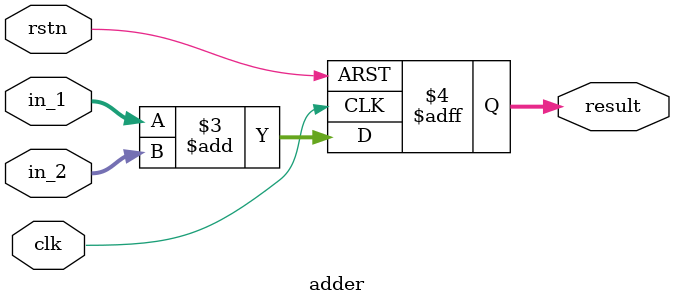
<source format=v>
`define DATA_WIDTH 32

module adder(clk, rstn, in_1, in_2, result);
    input clk;
    input rstn;
    input [`DATA_WIDTH - 1 : 0] in_1;
    input [`DATA_WIDTH - 1 : 0] in_2;
    output [`DATA_WIDTH - 1 : 0] result;
    
    reg [`DATA_WIDTH - 1 : 0] result;
    
    always@(posedge clk or negedge rstn) begin
        if(!rstn) begin
            result <= 0;
        end
        else begin
            result <= in_1 + in_2;
        end
    end

endmodule

</source>
